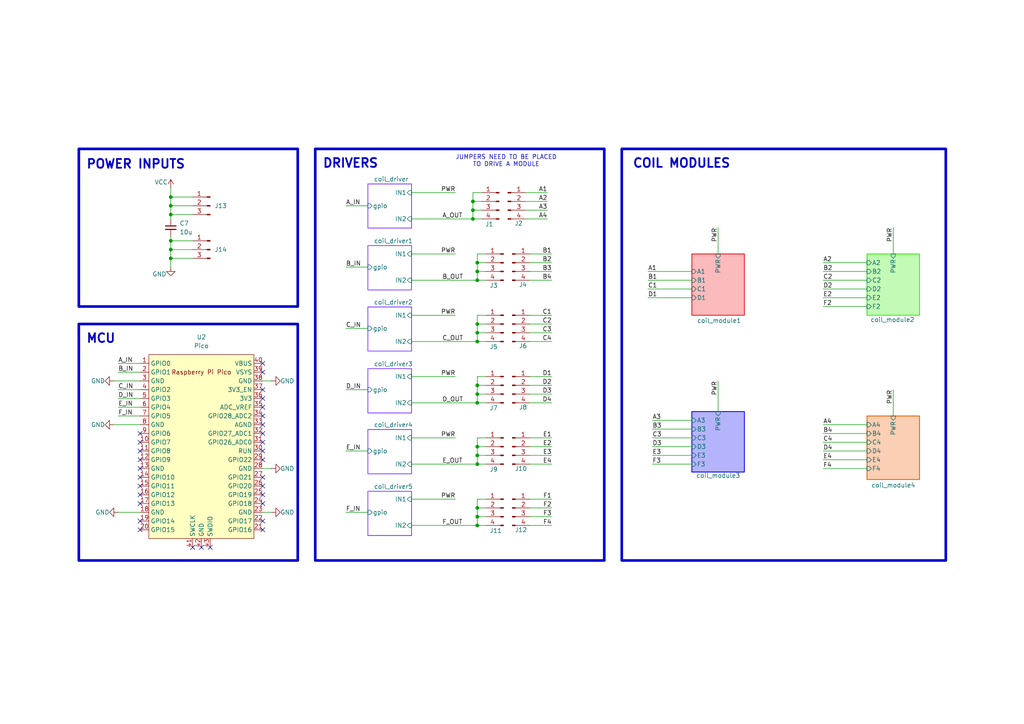
<source format=kicad_sch>
(kicad_sch (version 20231120) (generator "eeschema") (generator_version "8.0")
  (paper "A4")
  (title_block (title "Testing linear coils") (date "2024-06-13") (rev "0.1") (comment 1 "Jonas Stirnemann"))
  (lib_symbols
    (symbol "Connector:Conn_01x03_Pin" (pin_names (offset 1.016) hide)
      (property "Reference" "J" (at 0 5.08 0))
      (property "Value" "Conn_01x03_Pin" (at 0 -5.08 0))
      (symbol "Conn_01x03_Pin_1_1"
        (polyline (pts (xy 1.27 -2.54) (xy 0.8636 -2.54)) (stroke (width 0.1524)))
        (polyline (pts (xy 1.27 0) (xy 0.8636 0)) (stroke (width 0.1524)))
        (polyline (pts (xy 1.27 2.54) (xy 0.8636 2.54)) (stroke (width 0.1524)))
        (rectangle (start 0.8636 -2.413) (end 0 -2.667) (stroke (width 0.1524)) (fill (type outline)))
        (rectangle (start 0.8636 0.127) (end 0 -0.127) (stroke (width 0.1524)) (fill (type outline)))
        (rectangle (start 0.8636 2.667) (end 0 2.413) (stroke (width 0.1524)) (fill (type outline)))
        (pin passive line (at 5.08 2.54 180) (length 3.81) (name "Pin_1") (number "1"))
        (pin passive line (at 5.08 0 180) (length 3.81) (name "Pin_2") (number "2"))
        (pin passive line (at 5.08 -2.54 180) (length 3.81) (name "Pin_3") (number "3"))
      )
    )
    (symbol "Connector:Conn_01x04_Pin" (pin_names (offset 1.016) hide)
      (property "Reference" "J" (at 0 5.08 0))
      (property "Value" "Conn_01x04_Pin" (at 0 -7.62 0))
      (symbol "Conn_01x04_Pin_1_1"
        (polyline (pts (xy 1.27 -5.08) (xy 0.8636 -5.08)) (stroke (width 0.1524)))
        (polyline (pts (xy 1.27 -2.54) (xy 0.8636 -2.54)) (stroke (width 0.1524)))
        (polyline (pts (xy 1.27 0) (xy 0.8636 0)) (stroke (width 0.1524)))
        (polyline (pts (xy 1.27 2.54) (xy 0.8636 2.54)) (stroke (width 0.1524)))
        (rectangle (start 0.8636 -4.953) (end 0 -5.207) (stroke (width 0.1524)) (fill (type outline)))
        (rectangle (start 0.8636 -2.413) (end 0 -2.667) (stroke (width 0.1524)) (fill (type outline)))
        (rectangle (start 0.8636 0.127) (end 0 -0.127) (stroke (width 0.1524)) (fill (type outline)))
        (rectangle (start 0.8636 2.667) (end 0 2.413) (stroke (width 0.1524)) (fill (type outline)))
        (pin passive line (at 5.08 2.54 180) (length 3.81) (name "Pin_1") (number "1"))
        (pin passive line (at 5.08 0 180) (length 3.81) (name "Pin_2") (number "2"))
        (pin passive line (at 5.08 -2.54 180) (length 3.81) (name "Pin_3") (number "3"))
        (pin passive line (at 5.08 -5.08 180) (length 3.81) (name "Pin_4") (number "4"))
      )
    )
    (symbol "Device:C_Small" (pin_numbers hide) (pin_names (offset 0.254) hide)
      (property "Reference" "C" (at 0.254 1.778 0))
      (property "Value" "C_Small" (at 0.254 -2.032 0))
      (symbol "C_Small_0_1"
        (polyline (pts (xy -1.524 -0.508) (xy 1.524 -0.508)) (stroke (width 0.3302)))
        (polyline (pts (xy -1.524 0.508) (xy 1.524 0.508)) (stroke (width 0.3048)))
      )
      (symbol "C_Small_1_1"
        (pin passive line (at 0 2.54 270) (length 2.032) (name "~") (number "1"))
        (pin passive line (at 0 -2.54 90) (length 2.032) (name "~") (number "2"))
      )
    )
    (symbol "MCU_RaspberryPi_and_Boards:Pico"
      (property "Reference" "U" (at -13.97 27.94 0))
      (property "Value" "Pico" (at 0 19.05 0))
      (symbol "Pico_0_0"
        (text "Raspberry Pi Pico" (at 0 21.59 0) (effects (font (size 1.27 1.27))))
      )
      (symbol "Pico_0_1"
        (rectangle (start -15.24 26.67) (end 15.24 -26.67) (fill (type background)))
      )
      (symbol "Pico_1_1"
        (pin bidirectional line (at -17.78 24.13 0) (length 2.54) (name "GPIO0") (number "1"))
        (pin bidirectional line (at -17.78 1.27 0) (length 2.54) (name "GPIO7") (number "10"))
        (pin bidirectional line (at -17.78 -1.27 0) (length 2.54) (name "GPIO8") (number "11"))
        (pin bidirectional line (at -17.78 -3.81 0) (length 2.54) (name "GPIO9") (number "12"))
        (pin power_in line (at -17.78 -6.35 0) (length 2.54) (name "GND") (number "13"))
        (pin bidirectional line (at -17.78 -8.89 0) (length 2.54) (name "GPIO10") (number "14"))
        (pin bidirectional line (at -17.78 -11.43 0) (length 2.54) (name "GPIO11") (number "15"))
        (pin bidirectional line (at -17.78 -13.97 0) (length 2.54) (name "GPIO12") (number "16"))
        (pin bidirectional line (at -17.78 -16.51 0) (length 2.54) (name "GPIO13") (number "17"))
        (pin power_in line (at -17.78 -19.05 0) (length 2.54) (name "GND") (number "18"))
        (pin bidirectional line (at -17.78 -21.59 0) (length 2.54) (name "GPIO14") (number "19"))
        (pin bidirectional line (at -17.78 21.59 0) (length 2.54) (name "GPIO1") (number "2"))
        (pin bidirectional line (at -17.78 -24.13 0) (length 2.54) (name "GPIO15") (number "20"))
        (pin bidirectional line (at 17.78 -24.13 180) (length 2.54) (name "GPIO16") (number "21"))
        (pin bidirectional line (at 17.78 -21.59 180) (length 2.54) (name "GPIO17") (number "22"))
        (pin power_in line (at 17.78 -19.05 180) (length 2.54) (name "GND") (number "23"))
        (pin bidirectional line (at 17.78 -16.51 180) (length 2.54) (name "GPIO18") (number "24"))
        (pin bidirectional line (at 17.78 -13.97 180) (length 2.54) (name "GPIO19") (number "25"))
        (pin bidirectional line (at 17.78 -11.43 180) (length 2.54) (name "GPIO20") (number "26"))
        (pin bidirectional line (at 17.78 -8.89 180) (length 2.54) (name "GPIO21") (number "27"))
        (pin power_in line (at 17.78 -6.35 180) (length 2.54) (name "GND") (number "28"))
        (pin bidirectional line (at 17.78 -3.81 180) (length 2.54) (name "GPIO22") (number "29"))
        (pin power_in line (at -17.78 19.05 0) (length 2.54) (name "GND") (number "3"))
        (pin input line (at 17.78 -1.27 180) (length 2.54) (name "RUN") (number "30"))
        (pin bidirectional line (at 17.78 1.27 180) (length 2.54) (name "GPIO26_ADC0") (number "31"))
        (pin bidirectional line (at 17.78 3.81 180) (length 2.54) (name "GPIO27_ADC1") (number "32"))
        (pin power_in line (at 17.78 6.35 180) (length 2.54) (name "AGND") (number "33"))
        (pin bidirectional line (at 17.78 8.89 180) (length 2.54) (name "GPIO28_ADC2") (number "34"))
        (pin power_in line (at 17.78 11.43 180) (length 2.54) (name "ADC_VREF") (number "35"))
        (pin power_in line (at 17.78 13.97 180) (length 2.54) (name "3V3") (number "36"))
        (pin input line (at 17.78 16.51 180) (length 2.54) (name "3V3_EN") (number "37"))
        (pin bidirectional line (at 17.78 19.05 180) (length 2.54) (name "GND") (number "38"))
        (pin power_in line (at 17.78 21.59 180) (length 2.54) (name "VSYS") (number "39"))
        (pin bidirectional line (at -17.78 16.51 0) (length 2.54) (name "GPIO2") (number "4"))
        (pin power_in line (at 17.78 24.13 180) (length 2.54) (name "VBUS") (number "40"))
        (pin input line (at -2.54 -29.21 90) (length 2.54) (name "SWCLK") (number "41"))
        (pin power_in line (at 0 -29.21 90) (length 2.54) (name "GND") (number "42"))
        (pin bidirectional line (at 2.54 -29.21 90) (length 2.54) (name "SWDIO") (number "43"))
        (pin bidirectional line (at -17.78 13.97 0) (length 2.54) (name "GPIO3") (number "5"))
        (pin bidirectional line (at -17.78 11.43 0) (length 2.54) (name "GPIO4") (number "6"))
        (pin bidirectional line (at -17.78 8.89 0) (length 2.54) (name "GPIO5") (number "7"))
        (pin power_in line (at -17.78 6.35 0) (length 2.54) (name "GND") (number "8"))
        (pin bidirectional line (at -17.78 3.81 0) (length 2.54) (name "GPIO6") (number "9"))
      )
    )
    (symbol "power:GND" (power) (pin_numbers hide) (pin_names (offset 0) hide)
      (property "Value" "GND" (at 0 -3.81 0))
      (symbol "GND_0_1"
        (polyline (pts (xy 0 0) (xy 0 -1.27) (xy 1.27 -1.27) (xy 0 -2.54) (xy -1.27 -1.27) (xy 0 -1.27)))
      )
      (symbol "GND_1_1"
        (pin power_in line (at 0 0 270) (length 0) (name "~") (number "1"))
      )
    )
    (symbol "power:VCC" (power) (pin_numbers hide) (pin_names (offset 0) hide)
      (property "Value" "VCC" (at 0 3.556 0))
      (symbol "VCC_0_1"
        (polyline (pts (xy -0.762 1.27) (xy 0 2.54)))
        (polyline (pts (xy 0 0) (xy 0 2.54)))
        (polyline (pts (xy 0 2.54) (xy 0.762 1.27)))
      )
      (symbol "VCC_1_1"
        (pin power_in line (at 0 0 90) (length 0) (name "~") (number "1"))
      )
    )
  )
  (junction (at 138.43 96.52))
  (junction (at 138.43 81.28))
  (junction (at 138.43 134.62))
  (junction (at 49.53 69.85))
  (junction (at 49.53 74.93))
  (junction (at 138.43 132.08))
  (junction (at 49.53 59.69))
  (junction (at 138.43 129.54))
  (junction (at 138.43 99.06))
  (junction (at 49.53 57.15))
  (junction (at 138.43 114.3))
  (junction (at 138.43 152.4))
  (junction (at 138.43 111.76))
  (junction (at 49.53 72.39))
  (junction (at 138.43 116.84))
  (junction (at 137.16 58.42))
  (junction (at 137.16 60.96))
  (junction (at 138.43 93.98))
  (junction (at 138.43 147.32))
  (junction (at 138.43 78.74))
  (junction (at 137.16 63.5))
  (junction (at 138.43 149.86))
  (junction (at 138.43 76.2))
  (junction (at 49.53 62.23))
  (no_connect (at 76.2 153.67))
  (no_connect (at 40.64 138.43))
  (no_connect (at 40.64 135.89))
  (no_connect (at 76.2 107.95))
  (no_connect (at 40.64 143.51))
  (no_connect (at 76.2 151.13))
  (no_connect (at 40.64 130.81))
  (no_connect (at 40.64 153.67))
  (no_connect (at 76.2 130.81))
  (no_connect (at 40.64 146.05))
  (no_connect (at 40.64 140.97))
  (no_connect (at 40.64 125.73))
  (no_connect (at 76.2 143.51))
  (no_connect (at 76.2 146.05))
  (no_connect (at 58.42 158.75))
  (no_connect (at 76.2 120.65))
  (no_connect (at 40.64 151.13))
  (no_connect (at 76.2 113.03))
  (no_connect (at 60.96 158.75))
  (no_connect (at 55.88 158.75))
  (no_connect (at 76.2 123.19))
  (no_connect (at 76.2 138.43))
  (no_connect (at 76.2 115.57))
  (no_connect (at 76.2 105.41))
  (no_connect (at 76.2 125.73))
  (no_connect (at 76.2 118.11))
  (no_connect (at 76.2 133.35))
  (no_connect (at 76.2 128.27))
  (no_connect (at 76.2 140.97))
  (no_connect (at 40.64 133.35))
  (no_connect (at 40.64 128.27))
  (wire (pts (xy 153.67 129.54) (xy 160.02 129.54)))
  (wire (pts (xy 238.76 135.89) (xy 251.46 135.89)))
  (wire (pts (xy 138.43 73.66) (xy 140.97 73.66)))
  (wire (pts (xy 138.43 109.22) (xy 140.97 109.22)))
  (wire (pts (xy 153.67 147.32) (xy 160.02 147.32)))
  (wire (pts (xy 189.23 121.92) (xy 200.66 121.92)))
  (wire (pts (xy 138.43 144.78) (xy 138.43 147.32)))
  (wire (pts (xy 153.67 73.66) (xy 160.02 73.66)))
  (wire (pts (xy 138.43 93.98) (xy 140.97 93.98)))
  (wire (pts (xy 138.43 114.3) (xy 140.97 114.3)))
  (wire (pts (xy 49.53 59.69) (xy 49.53 62.23)))
  (wire (pts (xy 153.67 109.22) (xy 160.02 109.22)))
  (wire (pts (xy 137.16 63.5) (xy 139.7 63.5)))
  (wire (pts (xy 119.38 81.28) (xy 138.43 81.28)))
  (wire (pts (xy 153.67 81.28) (xy 160.02 81.28)))
  (wire (pts (xy 139.7 55.88) (xy 137.16 55.88)))
  (wire (pts (xy 238.76 128.27) (xy 251.46 128.27)))
  (wire (pts (xy 153.67 76.2) (xy 160.02 76.2)))
  (wire (pts (xy 138.43 99.06) (xy 140.97 99.06)))
  (wire (pts (xy 153.67 132.08) (xy 160.02 132.08)))
  (wire (pts (xy 138.43 132.08) (xy 138.43 134.62)))
  (wire (pts (xy 138.43 129.54) (xy 140.97 129.54)))
  (wire (pts (xy 138.43 144.78) (xy 140.97 144.78)))
  (wire (pts (xy 49.53 62.23) (xy 55.88 62.23)))
  (wire (pts (xy 49.53 69.85) (xy 55.88 69.85)))
  (wire (pts (xy 34.29 120.65) (xy 40.64 120.65)))
  (wire (pts (xy 153.67 111.76) (xy 160.02 111.76)))
  (wire (pts (xy 238.76 133.35) (xy 251.46 133.35)))
  (wire (pts (xy 138.43 76.2) (xy 140.97 76.2)))
  (wire (pts (xy 259.08 113.03) (xy 259.08 120.65)))
  (wire (pts (xy 138.43 81.28) (xy 140.97 81.28)))
  (wire (pts (xy 119.38 152.4) (xy 138.43 152.4)))
  (wire (pts (xy 137.16 60.96) (xy 139.7 60.96)))
  (wire (pts (xy 34.29 107.95) (xy 40.64 107.95)))
  (wire (pts (xy 49.53 74.93) (xy 55.88 74.93)))
  (wire (pts (xy 187.96 86.36) (xy 200.66 86.36)))
  (wire (pts (xy 137.16 63.5) (xy 119.38 63.5)))
  (wire (pts (xy 187.96 83.82) (xy 200.66 83.82)))
  (wire (pts (xy 119.38 91.44) (xy 132.08 91.44)))
  (wire (pts (xy 238.76 130.81) (xy 251.46 130.81)))
  (wire (pts (xy 34.29 113.03) (xy 40.64 113.03)))
  (wire (pts (xy 138.43 129.54) (xy 138.43 132.08)))
  (wire (pts (xy 119.38 73.66) (xy 132.08 73.66)))
  (wire (pts (xy 138.43 91.44) (xy 138.43 93.98)))
  (wire (pts (xy 189.23 124.46) (xy 200.66 124.46)))
  (wire (pts (xy 76.2 135.89) (xy 78.74 135.89)))
  (wire (pts (xy 138.43 116.84) (xy 140.97 116.84)))
  (wire (pts (xy 49.53 59.69) (xy 55.88 59.69)))
  (wire (pts (xy 33.02 123.19) (xy 40.64 123.19)))
  (wire (pts (xy 238.76 86.36) (xy 251.46 86.36)))
  (wire (pts (xy 49.53 74.93) (xy 49.53 77.47)))
  (wire (pts (xy 238.76 83.82) (xy 251.46 83.82)))
  (wire (pts (xy 138.43 76.2) (xy 138.43 78.74)))
  (wire (pts (xy 138.43 111.76) (xy 138.43 114.3)))
  (wire (pts (xy 100.33 95.25) (xy 106.68 95.25)))
  (wire (pts (xy 153.67 152.4) (xy 160.02 152.4)))
  (wire (pts (xy 119.38 55.88) (xy 132.08 55.88)))
  (wire (pts (xy 76.2 148.59) (xy 78.74 148.59)))
  (wire (pts (xy 238.76 123.19) (xy 251.46 123.19)))
  (wire (pts (xy 138.43 114.3) (xy 138.43 116.84)))
  (wire (pts (xy 238.76 76.2) (xy 251.46 76.2)))
  (wire (pts (xy 138.43 127) (xy 138.43 129.54)))
  (wire (pts (xy 34.29 118.11) (xy 40.64 118.11)))
  (wire (pts (xy 238.76 81.28) (xy 251.46 81.28)))
  (wire (pts (xy 152.4 60.96) (xy 158.75 60.96)))
  (wire (pts (xy 138.43 134.62) (xy 140.97 134.62)))
  (wire (pts (xy 49.53 54.61) (xy 49.53 57.15)))
  (wire (pts (xy 153.67 78.74) (xy 160.02 78.74)))
  (wire (pts (xy 138.43 73.66) (xy 138.43 76.2)))
  (wire (pts (xy 153.67 99.06) (xy 160.02 99.06)))
  (wire (pts (xy 49.53 57.15) (xy 49.53 59.69)))
  (wire (pts (xy 259.08 66.04) (xy 259.08 73.66)))
  (wire (pts (xy 49.53 72.39) (xy 49.53 74.93)))
  (wire (pts (xy 152.4 63.5) (xy 158.75 63.5)))
  (wire (pts (xy 189.23 134.62) (xy 200.66 134.62)))
  (wire (pts (xy 119.38 109.22) (xy 132.08 109.22)))
  (wire (pts (xy 100.33 130.81) (xy 106.68 130.81)))
  (wire (pts (xy 119.38 144.78) (xy 132.08 144.78)))
  (wire (pts (xy 119.38 127) (xy 132.08 127)))
  (wire (pts (xy 49.53 62.23) (xy 49.53 63.5)))
  (wire (pts (xy 34.29 148.59) (xy 40.64 148.59)))
  (wire (pts (xy 153.67 93.98) (xy 160.02 93.98)))
  (wire (pts (xy 138.43 96.52) (xy 138.43 99.06)))
  (wire (pts (xy 153.67 127) (xy 160.02 127)))
  (wire (pts (xy 187.96 78.74) (xy 200.66 78.74)))
  (wire (pts (xy 138.43 78.74) (xy 138.43 81.28)))
  (wire (pts (xy 119.38 134.62) (xy 138.43 134.62)))
  (wire (pts (xy 138.43 93.98) (xy 138.43 96.52)))
  (wire (pts (xy 100.33 113.03) (xy 106.68 113.03)))
  (wire (pts (xy 138.43 147.32) (xy 140.97 147.32)))
  (wire (pts (xy 138.43 149.86) (xy 140.97 149.86)))
  (wire (pts (xy 208.28 110.49) (xy 208.28 119.38)))
  (wire (pts (xy 189.23 127) (xy 200.66 127)))
  (wire (pts (xy 49.53 72.39) (xy 55.88 72.39)))
  (wire (pts (xy 49.53 57.15) (xy 55.88 57.15)))
  (wire (pts (xy 153.67 144.78) (xy 160.02 144.78)))
  (wire (pts (xy 208.28 66.04) (xy 208.28 73.66)))
  (wire (pts (xy 153.67 91.44) (xy 160.02 91.44)))
  (wire (pts (xy 137.16 60.96) (xy 137.16 63.5)))
  (wire (pts (xy 34.29 115.57) (xy 40.64 115.57)))
  (wire (pts (xy 189.23 129.54) (xy 200.66 129.54)))
  (wire (pts (xy 49.53 69.85) (xy 49.53 72.39)))
  (wire (pts (xy 137.16 58.42) (xy 139.7 58.42)))
  (wire (pts (xy 137.16 58.42) (xy 137.16 60.96)))
  (wire (pts (xy 49.53 68.58) (xy 49.53 69.85)))
  (wire (pts (xy 189.23 132.08) (xy 200.66 132.08)))
  (wire (pts (xy 153.67 116.84) (xy 160.02 116.84)))
  (wire (pts (xy 138.43 96.52) (xy 140.97 96.52)))
  (wire (pts (xy 138.43 127) (xy 140.97 127)))
  (wire (pts (xy 153.67 134.62) (xy 160.02 134.62)))
  (wire (pts (xy 187.96 81.28) (xy 200.66 81.28)))
  (wire (pts (xy 138.43 132.08) (xy 140.97 132.08)))
  (wire (pts (xy 153.67 114.3) (xy 160.02 114.3)))
  (wire (pts (xy 33.02 110.49) (xy 40.64 110.49)))
  (wire (pts (xy 138.43 78.74) (xy 140.97 78.74)))
  (wire (pts (xy 138.43 91.44) (xy 140.97 91.44)))
  (wire (pts (xy 119.38 99.06) (xy 138.43 99.06)))
  (wire (pts (xy 76.2 110.49) (xy 78.74 110.49)))
  (wire (pts (xy 100.33 77.47) (xy 106.68 77.47)))
  (wire (pts (xy 153.67 149.86) (xy 160.02 149.86)))
  (wire (pts (xy 138.43 111.76) (xy 140.97 111.76)))
  (wire (pts (xy 138.43 152.4) (xy 140.97 152.4)))
  (wire (pts (xy 100.33 148.59) (xy 106.68 148.59)))
  (wire (pts (xy 137.16 55.88) (xy 137.16 58.42)))
  (wire (pts (xy 138.43 147.32) (xy 138.43 149.86)))
  (wire (pts (xy 238.76 78.74) (xy 251.46 78.74)))
  (wire (pts (xy 152.4 58.42) (xy 158.75 58.42)))
  (wire (pts (xy 152.4 55.88) (xy 158.75 55.88)))
  (wire (pts (xy 138.43 109.22) (xy 138.43 111.76)))
  (wire (pts (xy 119.38 116.84) (xy 138.43 116.84)))
  (wire (pts (xy 100.33 59.69) (xy 106.68 59.69)))
  (wire (pts (xy 138.43 149.86) (xy 138.43 152.4)))
  (wire (pts (xy 238.76 125.73) (xy 251.46 125.73)))
  (wire (pts (xy 238.76 88.9) (xy 251.46 88.9)))
  (wire (pts (xy 153.67 96.52) (xy 160.02 96.52)))
  (wire (pts (xy 34.29 105.41) (xy 40.64 105.41)))
  (rectangle (start 22.86 43.18) (end 86.36 88.9) (stroke (width 0.762)))
  (rectangle (start 180.34 43.18) (end 274.32 162.56) (stroke (width 0.762)))
  (rectangle (start 22.86 93.98) (end 86.36 162.56) (stroke (width 0.762)))
  (rectangle (start 91.44 43.18) (end 175.26 162.56) (stroke (width 0.762)))
  (text "MCU" (at 24.892 98.298 0) (effects (font (size 2.54 2.54) (thickness 0.508) (bold yes)) (justify left)))
  (text "POWER INPUTS" (at 24.892 47.752 0) (effects (font (size 2.54 2.54) (thickness 0.508) (bold yes)) (justify left)))
  (text "DRIVERS" (at 93.472 47.498 0) (effects (font (size 2.54 2.54) (thickness 0.508) (bold yes)) (justify left)))
  (text "JUMPERS NEED TO BE PLACED\nTO DRIVE A MODULE" (at 146.812 46.736 0) (effects (font (size 1.27 1.27))))
  (text "COIL MODULES" (at 183.388 47.498 0) (effects (font (size 2.54 2.54) (thickness 0.508) (bold yes)) (justify left)))
  (label "F_IN" (at 100.33 148.59 0))
  (label "PWR" (at 259.08 113.03 270))
  (label "A3" (at 189.23 121.92 0))
  (label "PWR" (at 132.08 55.88 180))
  (label "E4" (at 238.76 133.35 0))
  (label "C2" (at 160.02 93.98 180))
  (label "E4" (at 160.02 134.62 180))
  (label "PWR" (at 208.28 66.04 270))
  (label "D1" (at 187.96 86.36 0))
  (label "A1" (at 158.75 55.88 180))
  (label "B2" (at 160.02 76.2 180))
  (label "C3" (at 189.23 127 0))
  (label "PWR" (at 132.08 91.44 180))
  (label "PWR" (at 259.08 66.04 270))
  (label "E_IN" (at 100.33 130.81 0))
  (label "C_OUT" (at 128.27 99.06 0))
  (label "F_OUT" (at 128.27 152.4 0))
  (label "A2" (at 238.76 76.2 0))
  (label "E_IN" (at 34.29 118.11 0))
  (label "B4" (at 160.02 81.28 180))
  (label "D2" (at 160.02 111.76 180))
  (label "E3" (at 160.02 132.08 180))
  (label "A_IN" (at 34.29 105.41 0))
  (label "A1" (at 187.96 78.74 0))
  (label "D3" (at 160.02 114.3 180))
  (label "C2" (at 238.76 81.28 0))
  (label "D4" (at 238.76 130.81 0))
  (label "B1" (at 187.96 81.28 0))
  (label "C1" (at 187.96 83.82 0))
  (label "PWR" (at 208.28 110.49 270))
  (label "E_OUT" (at 128.27 134.62 0))
  (label "A4" (at 238.76 123.19 0))
  (label "D_IN" (at 100.33 113.03 0))
  (label "A2" (at 158.75 58.42 180))
  (label "B4" (at 238.76 125.73 0))
  (label "A4" (at 158.75 63.5 180))
  (label "B3" (at 160.02 78.74 180))
  (label "C4" (at 160.02 99.06 180))
  (label "D4" (at 160.02 116.84 180))
  (label "F3" (at 160.02 149.86 180))
  (label "B1" (at 160.02 73.66 180))
  (label "A3" (at 158.75 60.96 180))
  (label "B3" (at 189.23 124.46 0))
  (label "PWR" (at 132.08 109.22 180))
  (label "C_IN" (at 34.29 113.03 0))
  (label "F_IN" (at 34.29 120.65 0))
  (label "F3" (at 189.23 134.62 0))
  (label "A_IN" (at 100.33 59.69 0))
  (label "B_IN" (at 34.29 107.95 0))
  (label "B_OUT" (at 128.27 81.28 0))
  (label "D_IN" (at 34.29 115.57 0))
  (label "F4" (at 160.02 152.4 180))
  (label "E2" (at 238.76 86.36 0))
  (label "C4" (at 238.76 128.27 0))
  (label "D2" (at 238.76 83.82 0))
  (label "B2" (at 238.76 78.74 0))
  (label "F2" (at 160.02 147.32 180))
  (label "D_OUT" (at 128.27 116.84 0))
  (label "C3" (at 160.02 96.52 180))
  (label "E2" (at 160.02 129.54 180))
  (label "F4" (at 238.76 135.89 0))
  (label "PWR" (at 132.08 144.78 180))
  (label "D3" (at 189.23 129.54 0))
  (label "F2" (at 238.76 88.9 0))
  (label "PWR" (at 132.08 73.66 180))
  (label "D1" (at 160.02 109.22 180))
  (label "C_IN" (at 100.33 95.25 0))
  (label "E3" (at 189.23 132.08 0))
  (label "PWR" (at 132.08 127 180))
  (label "C1" (at 160.02 91.44 180))
  (label "E1" (at 160.02 127 180))
  (label "A_OUT" (at 128.27 63.5 0))
  (label "B_IN" (at 100.33 77.47 0))
  (label "F1" (at 160.02 144.78 180))
  (symbol (lib_id "Connector:Conn_01x04_Pin") (at 146.05 111.76 0) (mirror y) (unit 1)
    (property "Reference" "J7" (at 141.986 118.364 0) (effects (justify right)))
    (property "Value" "Conn_01x04_Pin" (effects (hide yes)))
    (property "Footprint" "Connector_PinHeader_2.54mm:PinHeader_1x04_P2.54mm_Vertical" (effects (hide yes)))
    (property "Description" "Generic connector, single row, 01x04, script generated" (effects (hide yes)))
  )
  (symbol (lib_id "MCU_RaspberryPi_and_Boards:Pico") (at 58.42 129.54 0) (unit 1)
    (property "Reference" "U2" (at 58.42 97.79 0))
    (property "Value" "Pico" (at 58.42 100.33 0))
    (property "Footprint" "MCU_RaspberryPi_and_Boards:RPi_Pico_SMD_TH" (effects (hide yes)))
  )
  (symbol (lib_id "Connector:Conn_01x03_Pin") (at 60.96 59.69 0) (mirror y) (unit 1)
    (property "Reference" "J13" (at 62.23 59.6899 0) (effects (justify right)))
    (property "Value" "Conn_01x03_Pin" (effects (hide yes)))
    (property "Footprint" "Connector_PinHeader_2.54mm:PinHeader_1x03_P2.54mm_Vertical" (effects (hide yes)))
    (property "Description" "Generic connector, single row, 01x03, script generated" (effects (hide yes)))
  )
  (symbol (lib_id "Connector:Conn_01x04_Pin") (at 144.78 58.42 0) (mirror y) (unit 1)
    (property "Reference" "J1" (at 140.716 65.024 0) (effects (justify right)))
    (property "Value" "Conn_01x04_Pin" (effects (hide yes)))
    (property "Footprint" "Connector_PinHeader_2.54mm:PinHeader_1x04_P2.54mm_Vertical" (effects (hide yes)))
    (property "Description" "Generic connector, single row, 01x04, script generated" (effects (hide yes)))
  )
  (symbol (lib_id "Connector:Conn_01x04_Pin") (at 146.05 147.32 0) (mirror y) (unit 1)
    (property "Reference" "J11" (at 141.986 153.924 0) (effects (justify right)))
    (property "Value" "Conn_01x04_Pin" (effects (hide yes)))
    (property "Footprint" "Connector_PinHeader_2.54mm:PinHeader_1x04_P2.54mm_Vertical" (effects (hide yes)))
    (property "Description" "Generic connector, single row, 01x04, script generated" (effects (hide yes)))
  )
  (symbol (lib_id "power:GND") (at 78.74 110.49 90) (unit 1)
    (property "Reference" "#PWR038" (effects (hide yes)))
    (property "Value" "GND" (at 81.28 110.49 90) (effects (justify right)))
    (property "Description" "Power symbol creates a global label with name \"GND\" , ground" (effects (hide yes)))
  )
  (symbol (lib_id "Connector:Conn_01x04_Pin") (at 148.59 93.98 0) (unit 1)
    (property "Reference" "J6" (at 152.908 100.33 0) (effects (justify right)))
    (property "Value" "Conn_01x04_Pin" (effects (hide yes)))
    (property "Footprint" "Connector_PinHeader_2.54mm:PinHeader_1x04_P2.54mm_Vertical" (effects (hide yes)))
    (property "Description" "Generic connector, single row, 01x04, script generated" (effects (hide yes)))
  )
  (symbol (lib_id "power:GND") (at 78.74 148.59 90) (unit 1)
    (property "Reference" "#PWR029" (effects (hide yes)))
    (property "Value" "GND" (at 81.28 148.59 90) (effects (justify right)))
    (property "Description" "Power symbol creates a global label with name \"GND\" , ground" (effects (hide yes)))
  )
  (symbol (lib_id "Connector:Conn_01x04_Pin") (at 146.05 129.54 0) (mirror y) (unit 1)
    (property "Reference" "J9" (at 141.986 136.144 0) (effects (justify right)))
    (property "Value" "Conn_01x04_Pin" (effects (hide yes)))
    (property "Footprint" "Connector_PinHeader_2.54mm:PinHeader_1x04_P2.54mm_Vertical" (effects (hide yes)))
    (property "Description" "Generic connector, single row, 01x04, script generated" (effects (hide yes)))
  )
  (symbol (lib_id "power:GND") (at 34.29 148.59 270) (unit 1)
    (property "Reference" "#PWR028" (effects (hide yes)))
    (property "Value" "GND" (at 31.75 148.59 90) (effects (justify right)))
    (property "Description" "Power symbol creates a global label with name \"GND\" , ground" (effects (hide yes)))
  )
  (symbol (lib_id "Connector:Conn_01x04_Pin") (at 146.05 76.2 0) (mirror y) (unit 1)
    (property "Reference" "J3" (at 141.986 82.804 0) (effects (justify right)))
    (property "Value" "Conn_01x04_Pin" (effects (hide yes)))
    (property "Footprint" "Connector_PinHeader_2.54mm:PinHeader_1x04_P2.54mm_Vertical" (effects (hide yes)))
    (property "Description" "Generic connector, single row, 01x04, script generated" (effects (hide yes)))
  )
  (symbol (lib_id "power:GND") (at 33.02 123.19 270) (unit 1)
    (property "Reference" "#PWR026" (effects (hide yes)))
    (property "Value" "GND" (at 30.48 123.19 90) (effects (justify right)))
    (property "Description" "Power symbol creates a global label with name \"GND\" , ground" (effects (hide yes)))
  )
  (symbol (lib_id "Connector:Conn_01x04_Pin") (at 147.32 58.42 0) (unit 1)
    (property "Reference" "J2" (at 151.638 64.77 0) (effects (justify right)))
    (property "Value" "Conn_01x04_Pin" (effects (hide yes)))
    (property "Footprint" "Connector_PinHeader_2.54mm:PinHeader_1x04_P2.54mm_Vertical" (effects (hide yes)))
    (property "Description" "Generic connector, single row, 01x04, script generated" (effects (hide yes)))
  )
  (symbol (lib_id "power:GND") (at 33.02 110.49 270) (unit 1)
    (property "Reference" "#PWR05" (effects (hide yes)))
    (property "Value" "GND" (at 30.48 110.49 90) (effects (justify right)))
    (property "Description" "Power symbol creates a global label with name \"GND\" , ground" (effects (hide yes)))
  )
  (symbol (lib_id "Connector:Conn_01x04_Pin") (at 148.59 111.76 0) (unit 1)
    (property "Reference" "J8" (at 152.908 118.11 0) (effects (justify right)))
    (property "Value" "Conn_01x04_Pin" (effects (hide yes)))
    (property "Footprint" "Connector_PinHeader_2.54mm:PinHeader_1x04_P2.54mm_Vertical" (effects (hide yes)))
    (property "Description" "Generic connector, single row, 01x04, script generated" (effects (hide yes)))
  )
  (symbol (lib_id "power:VCC") (at 49.53 54.61 0) (unit 1)
    (property "Reference" "#PWR023" (effects (hide yes)))
    (property "Value" "VCC" (at 46.736 52.832 0))
    (property "Description" "Power symbol creates a global label with name \"VCC\"" (effects (hide yes)))
  )
  (symbol (lib_id "Connector:Conn_01x04_Pin") (at 148.59 147.32 0) (unit 1)
    (property "Reference" "J12" (at 152.908 153.67 0) (effects (justify right)))
    (property "Value" "Conn_01x04_Pin" (effects (hide yes)))
    (property "Footprint" "Connector_PinHeader_2.54mm:PinHeader_1x04_P2.54mm_Vertical" (effects (hide yes)))
    (property "Description" "Generic connector, single row, 01x04, script generated" (effects (hide yes)))
  )
  (symbol (lib_id "power:GND") (at 78.74 135.89 90) (unit 1)
    (property "Reference" "#PWR031" (effects (hide yes)))
    (property "Value" "GND" (at 81.28 135.89 90) (effects (justify right)))
    (property "Description" "Power symbol creates a global label with name \"GND\" , ground" (effects (hide yes)))
  )
  (symbol (lib_id "Connector:Conn_01x03_Pin") (at 60.96 72.39 0) (mirror y) (unit 1)
    (property "Reference" "J14" (at 62.23 72.3899 0) (effects (justify right)))
    (property "Value" "Conn_01x03_Pin" (effects (hide yes)))
    (property "Footprint" "Connector_PinHeader_2.54mm:PinHeader_1x03_P2.54mm_Vertical" (effects (hide yes)))
    (property "Description" "Generic connector, single row, 01x03, script generated" (effects (hide yes)))
  )
  (symbol (lib_id "power:GND") (at 49.53 77.47 0) (unit 1)
    (property "Reference" "#PWR024" (effects (hide yes)))
    (property "Value" "GND" (at 46.228 79.502 0))
    (property "Description" "Power symbol creates a global label with name \"GND\" , ground" (effects (hide yes)))
  )
  (symbol (lib_id "Connector:Conn_01x04_Pin") (at 148.59 129.54 0) (unit 1)
    (property "Reference" "J10" (at 152.908 135.89 0) (effects (justify right)))
    (property "Value" "Conn_01x04_Pin" (effects (hide yes)))
    (property "Footprint" "Connector_PinHeader_2.54mm:PinHeader_1x04_P2.54mm_Vertical" (effects (hide yes)))
    (property "Description" "Generic connector, single row, 01x04, script generated" (effects (hide yes)))
  )
  (symbol (lib_id "Connector:Conn_01x04_Pin") (at 148.59 76.2 0) (unit 1)
    (property "Reference" "J4" (at 152.908 82.55 0) (effects (justify right)))
    (property "Value" "Conn_01x04_Pin" (effects (hide yes)))
    (property "Footprint" "Connector_PinHeader_2.54mm:PinHeader_1x04_P2.54mm_Vertical" (effects (hide yes)))
    (property "Description" "Generic connector, single row, 01x04, script generated" (effects (hide yes)))
  )
  (symbol (lib_id "Device:C_Small") (at 49.53 66.04 0) (unit 1)
    (property "Reference" "C7" (at 52.07 64.7762 0) (effects (justify left)))
    (property "Value" "10u" (at 52.07 67.3162 0) (effects (justify left)))
    (property "Footprint" "Capacitor_SMD:C_1206_3216Metric" (effects (hide yes)))
    (property "Description" "Unpolarized capacitor, small symbol" (effects (hide yes)))
    (property "MOUSER" " 187-CL31A106MBHNNNE  " (effects (hide yes)))
    (property "MFR" "CL31A106MBHNNNE " (effects (hide yes)))
  )
  (symbol (lib_id "Connector:Conn_01x04_Pin") (at 146.05 93.98 0) (mirror y) (unit 1)
    (property "Reference" "J5" (at 141.986 100.584 0) (effects (justify right)))
    (property "Value" "Conn_01x04_Pin" (effects (hide yes)))
    (property "Footprint" "Connector_PinHeader_2.54mm:PinHeader_1x04_P2.54mm_Vertical" (effects (hide yes)))
    (property "Description" "Generic connector, single row, 01x04, script generated" (effects (hide yes)))
  )
  (sheet (at 106.68 71.247) (size 12.7 12.827) (stroke (width 0.2) (color 135 73 255 1))
    (property "Sheetname" "coil_driver1" (at 108.458 70.612 0) (effects (justify left bottom)))
    (property "Sheetfile" "single_coil.kicad_sch" (effects (hide yes)))
    (pin "gpio" input (at 106.68 77.47 180))
    (pin "IN1" input (at 119.38 73.66 0))
    (pin "IN2" input (at 119.38 81.28 0))
  )
  (sheet (at 200.66 73.66) (size 15.24 17.78) (stroke (width 0.254) (color 240 24 31 0.4901960784)) (fill (color 240 24 31 0.3000))
    (property "Sheetname" "coil_module1" (at 202.184 93.726 0) (effects (justify left bottom)))
    (property "Sheetfile" "coil_module1.kicad_sch" (effects (hide yes)))
    (pin "PWR" input (at 208.28 73.66 90))
    (pin "B1" input (at 200.66 81.28 180))
    (pin "A1" input (at 200.66 78.74 180))
    (pin "C1" input (at 200.66 83.82 180))
    (pin "D1" input (at 200.66 86.36 180))
  )
  (sheet (at 200.66 119.38) (size 15.24 17.526) (stroke (width 0.254) (color 8 0 240 0.3019607843)) (fill (color 8 0 240 0.3000))
    (property "Sheetname" "coil_module3" (at 201.93 138.684 0) (effects (justify left bottom)))
    (property "Sheetfile" "coil_module3.kicad_sch" (effects (hide yes)))
    (pin "PWR" input (at 208.28 119.38 90))
    (pin "A3" input (at 200.66 121.92 180))
    (pin "B3" input (at 200.66 124.46 180))
    (pin "D3" input (at 200.66 129.54 180))
    (pin "C3" input (at 200.66 127 180))
    (pin "E3" input (at 200.66 132.08 180))
    (pin "F3" input (at 200.66 134.62 180))
  )
  (sheet (at 106.68 142.494) (size 12.7 12.827) (stroke (width 0.2) (color 135 73 255 1))
    (property "Sheetname" "coil_driver5" (at 108.458 141.859 0) (effects (justify left bottom)))
    (property "Sheetfile" "single_coil.kicad_sch" (effects (hide yes)))
    (pin "gpio" input (at 106.68 148.59 180))
    (pin "IN1" input (at 119.38 144.78 0))
    (pin "IN2" input (at 119.38 152.4 0))
  )
  (sheet (at 106.68 53.34) (size 12.7 12.827) (stroke (width 0.2) (color 135 73 255 1))
    (property "Sheetname" "coil_driver" (at 108.458 52.705 0) (effects (justify left bottom)))
    (property "Sheetfile" "single_coil.kicad_sch" (effects (hide yes)))
    (pin "gpio" input (at 106.68 59.69 180))
    (pin "IN1" input (at 119.38 55.88 0))
    (pin "IN2" input (at 119.38 63.5 0))
  )
  (sheet (at 106.68 89.027) (size 12.7 12.827) (stroke (width 0.2) (color 135 73 255 1))
    (property "Sheetname" "coil_driver2" (at 108.458 88.392 0) (effects (justify left bottom)))
    (property "Sheetfile" "single_coil.kicad_sch" (effects (hide yes)))
    (pin "gpio" input (at 106.68 95.25 180))
    (pin "IN1" input (at 119.38 91.44 0))
    (pin "IN2" input (at 119.38 99.06 0))
  )
  (sheet (at 106.68 124.587) (size 12.7 12.827) (stroke (width 0.2) (color 135 73 255 1))
    (property "Sheetname" "coil_driver4" (at 108.458 123.952 0) (effects (justify left bottom)))
    (property "Sheetfile" "single_coil.kicad_sch" (effects (hide yes)))
    (pin "gpio" input (at 106.68 130.81 180))
    (pin "IN1" input (at 119.38 127 0))
    (pin "IN2" input (at 119.38 134.62 0))
  )
  (sheet (at 106.68 106.934) (size 12.7 12.827) (stroke (width 0.2) (color 135 73 255 1))
    (property "Sheetname" "coil_driver3" (at 108.458 106.299 0) (effects (justify left bottom)))
    (property "Sheetfile" "single_coil.kicad_sch" (effects (hide yes)))
    (pin "gpio" input (at 106.68 113.03 180))
    (pin "IN1" input (at 119.38 109.22 0))
    (pin "IN2" input (at 119.38 116.84 0))
  )
  (sheet (at 251.46 120.65) (size 15.24 18.415) (stroke (width 0.254) (color 240 96 0 0.3019607843)) (fill (color 240 96 0 0.3000))
    (property "Sheetname" "coil_module4" (at 252.73 141.478 0) (effects (justify left bottom)))
    (property "Sheetfile" "coil_module4.kicad_sch" (effects (hide yes)))
    (pin "D4" input (at 251.46 130.81 180))
    (pin "C4" input (at 251.46 128.27 180))
    (pin "B4" input (at 251.46 125.73 180))
    (pin "A4" input (at 251.46 123.19 180))
    (pin "E4" input (at 251.46 133.35 180))
    (pin "F4" input (at 251.46 135.89 180))
    (pin "PWR" input (at 259.08 120.65 90))
  )
  (sheet (at 251.46 73.66) (size 15.24 17.78) (stroke (width 0.254) (color 54 240 13 0.89)) (fill (color 54 240 13 0.3000))
    (property "Sheetname" "coil_module2" (at 252.476 93.472 0) (effects (justify left bottom)))
    (property "Sheetfile" "coil_module2.kicad_sch" (effects (hide yes)))
    (pin "D2" input (at 251.46 83.82 180))
    (pin "PWR" input (at 259.08 73.66 90))
    (pin "A2" input (at 251.46 76.2 180))
    (pin "B2" input (at 251.46 78.74 180))
    (pin "C2" input (at 251.46 81.28 180))
    (pin "F2" input (at 251.46 88.9 180))
    (pin "E2" input (at 251.46 86.36 180))
  )
)
</source>
